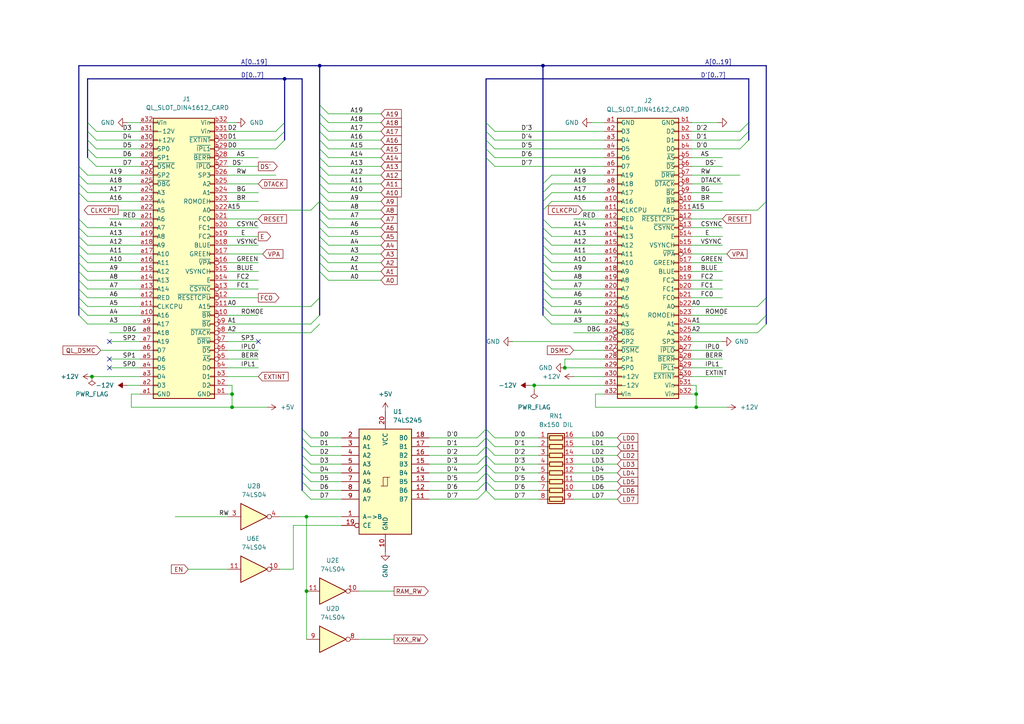
<source format=kicad_sch>
(kicad_sch (version 20250114) (generator "eeschema") (generator_version "9.0")
  (paper "A4")
  (title_block (title "CST Thor  - Clone/Upgrade for Sinclair QL") (date "2025-03-15") (rev "0,1") (company "(C) 2025 Alvaro Alea Fdz") (comment 1 "https://ohwr.org/cern_ohl_s_v2.txt") (comment 2 "CERN Open Hardware Licence Version 2 - Strongly Reciprocal") (comment 3 "Under License") (comment 4 "Expansion and mainboard conectors"))
  (lib_symbols
    (symbol "74xx:74LS04"
      (property "Reference" "U" (at 0 1.27 0))
      (property "Value" "74LS04" (at 0 -1.27 0))
      (symbol "74LS04_1_0"
        (pin input line (at -7.62 0 0) (length 3.81) (name "~") (number "1"))
        (pin output inverted (at 7.62 0 180) (length 3.81) (name "~") (number "2"))
      )
      (symbol "74LS04_2_0"
        (pin input line (at -7.62 0 0) (length 3.81) (name "~") (number "3"))
        (pin output inverted (at 7.62 0 180) (length 3.81) (name "~") (number "4"))
      )
      (symbol "74LS04_3_0"
        (pin input line (at -7.62 0 0) (length 3.81) (name "~") (number "5"))
        (pin output inverted (at 7.62 0 180) (length 3.81) (name "~") (number "6"))
      )
      (symbol "74LS04_4_0"
        (pin input line (at -7.62 0 0) (length 3.81) (name "~") (number "9"))
        (pin output inverted (at 7.62 0 180) (length 3.81) (name "~") (number "8"))
      )
      (symbol "74LS04_5_0"
        (pin input line (at -7.62 0 0) (length 3.81) (name "~") (number "11"))
        (pin output inverted (at 7.62 0 180) (length 3.81) (name "~") (number "10"))
      )
      (symbol "74LS04_6_0"
        (pin input line (at -7.62 0 0) (length 3.81) (name "~") (number "13"))
        (pin output inverted (at 7.62 0 180) (length 3.81) (name "~") (number "12"))
      )
      (symbol "74LS04_7_0"
        (pin power_in line (at 0 12.7 270) (length 5.08) (name "VCC") (number "14"))
        (pin power_in line (at 0 -12.7 90) (length 5.08) (name "GND") (number "7"))
      )
    )
    (symbol "74xx:74LS245" (pin_names (offset 1.016))
      (property "Reference" "U" (at -7.62 16.51 0))
      (property "Value" "74LS245" (at -7.62 -16.51 0))
      (symbol "74LS245_1_0"
        (pin tri_state line (at -12.7 12.7 0) (length 5.08) (name "A0") (number "2"))
        (pin tri_state line (at -12.7 10.16 0) (length 5.08) (name "A1") (number "3"))
        (pin tri_state line (at -12.7 7.62 0) (length 5.08) (name "A2") (number "4"))
        (pin tri_state line (at -12.7 5.08 0) (length 5.08) (name "A3") (number "5"))
        (pin tri_state line (at -12.7 2.54 0) (length 5.08) (name "A4") (number "6"))
        (pin tri_state line (at -12.7 0 0) (length 5.08) (name "A5") (number "7"))
        (pin tri_state line (at -12.7 -2.54 0) (length 5.08) (name "A6") (number "8"))
        (pin tri_state line (at -12.7 -5.08 0) (length 5.08) (name "A7") (number "9"))
        (pin input line (at -12.7 -10.16 0) (length 5.08) (name "A->B") (number "1"))
        (pin input inverted (at -12.7 -12.7 0) (length 5.08) (name "CE") (number "19"))
        (pin power_in line (at 0 20.32 270) (length 5.08) (name "VCC") (number "20"))
        (pin power_in line (at 0 -20.32 90) (length 5.08) (name "GND") (number "10"))
        (pin tri_state line (at 12.7 12.7 180) (length 5.08) (name "B0") (number "18"))
        (pin tri_state line (at 12.7 10.16 180) (length 5.08) (name "B1") (number "17"))
        (pin tri_state line (at 12.7 7.62 180) (length 5.08) (name "B2") (number "16"))
        (pin tri_state line (at 12.7 5.08 180) (length 5.08) (name "B3") (number "15"))
        (pin tri_state line (at 12.7 2.54 180) (length 5.08) (name "B4") (number "14"))
        (pin tri_state line (at 12.7 0 180) (length 5.08) (name "B5") (number "13"))
        (pin tri_state line (at 12.7 -2.54 180) (length 5.08) (name "B6") (number "12"))
        (pin tri_state line (at 12.7 -5.08 180) (length 5.08) (name "B7") (number "11"))
      )
    )
    (symbol "8bits:QL_SLOT_DIN41612" (pin_names (offset 1.016))
      (property "Reference" "J" (at 1.27 40.64 0))
      (property "Value" "QL_SLOT_DIN41612" (at 1.27 -43.18 0))
      (symbol "QL_SLOT_DIN41612_1_1"
        (pin passive line (at -12.7 38.1 0) (length 3.81) (name "GND") (number "a1"))
        (pin bidirectional line (at -12.7 35.56 0) (length 3.81) (name "D3") (number "a2"))
        (pin bidirectional line (at -12.7 33.02 0) (length 3.81) (name "D4") (number "a3"))
        (pin bidirectional line (at -12.7 30.48 0) (length 3.81) (name "D5") (number "a4"))
        (pin bidirectional line (at -12.7 27.94 0) (length 3.81) (name "D6") (number "a5"))
        (pin bidirectional line (at -12.7 25.4 0) (length 3.81) (name "D7") (number "a6"))
        (pin passive line (at -12.7 22.86 0) (length 3.81) (name "A19") (number "a7"))
        (pin passive line (at -12.7 20.32 0) (length 3.81) (name "A18") (number "a8"))
        (pin passive line (at -12.7 17.78 0) (length 3.81) (name "A17") (number "a9"))
        (pin passive line (at -12.7 15.24 0) (length 3.81) (name "A16") (number "a10"))
        (pin passive line (at -12.7 12.7 0) (length 3.81) (name "CLKCPU") (number "a11"))
        (pin passive line (at -12.7 10.16 0) (length 3.81) (name "RED") (number "a12"))
        (pin passive line (at -12.7 7.62 0) (length 3.81) (name "A14") (number "a13"))
        (pin passive line (at -12.7 5.08 0) (length 3.81) (name "A13") (number "a14"))
        (pin passive line (at -12.7 2.54 0) (length 3.81) (name "A12") (number "a15"))
        (pin passive line (at -12.7 0 0) (length 3.81) (name "A11") (number "a16"))
        (pin passive line (at -12.7 -2.54 0) (length 3.81) (name "A10") (number "a17"))
        (pin passive line (at -12.7 -5.08 0) (length 3.81) (name "A9") (number "a18"))
        (pin passive line (at -12.7 -7.62 0) (length 3.81) (name "A8") (number "a19"))
        (pin passive line (at -12.7 -10.16 0) (length 3.81) (name "A7") (number "a20"))
        (pin passive line (at -12.7 -12.7 0) (length 3.81) (name "A6") (number "a21"))
        (pin passive line (at -12.7 -15.24 0) (length 3.81) (name "A5") (number "a22"))
        (pin passive line (at -12.7 -17.78 0) (length 3.81) (name "A4") (number "a23"))
        (pin passive line (at -12.7 -20.32 0) (length 3.81) (name "A3") (number "a24"))
        (pin passive inverted (at -12.7 -22.86 0) (length 3.81) (name "~{DBG}") (number "a25"))
        (pin passive line (at -12.7 -25.4 0) (length 3.81) (name "SP2") (number "a26"))
        (pin passive inverted (at -12.7 -27.94 0) (length 3.81) (name "~{DSMC}") (number "a27"))
        (pin passive line (at -12.7 -30.48 0) (length 3.81) (name "SP1") (number "a28"))
        (pin passive line (at -12.7 -33.02 0) (length 3.81) (name "SP0") (number "a29"))
        (pin passive line (at -12.7 -35.56 0) (length 3.81) (name "+12V") (number "a30"))
        (pin passive line (at -12.7 -38.1 0) (length 3.81) (name "-12V") (number "a31"))
        (pin passive line (at -12.7 -40.64 0) (length 3.81) (name "Vin") (number "a32"))
        (pin passive line (at 12.7 38.1 180) (length 3.81) (name "GND") (number "b1"))
        (pin bidirectional line (at 12.7 35.56 180) (length 3.81) (name "D2") (number "b2"))
        (pin bidirectional line (at 12.7 33.02 180) (length 3.81) (name "D1") (number "b3"))
        (pin bidirectional line (at 12.7 30.48 180) (length 3.81) (name "D0") (number "b4"))
        (pin passive inverted (at 12.7 27.94 180) (length 3.81) (name "~{AS}") (number "b5"))
        (pin passive inverted (at 12.7 25.4 180) (length 3.81) (name "~{DS}") (number "b6"))
        (pin passive inverted (at 12.7 22.86 180) (length 3.81) (name "~{DRW}") (number "b7"))
        (pin passive inverted (at 12.7 20.32 180) (length 3.81) (name "~{DTACK}") (number "b8"))
        (pin passive inverted (at 12.7 17.78 180) (length 3.81) (name "~{BG}") (number "b9"))
        (pin passive inverted (at 12.7 15.24 180) (length 3.81) (name "~{BR}") (number "b10"))
        (pin passive line (at 12.7 12.7 180) (length 3.81) (name "A15") (number "b11"))
        (pin passive inverted (at 12.7 10.16 180) (length 3.81) (name "~{RESETCPU}") (number "b12"))
        (pin passive inverted (at 12.7 7.62 180) (length 3.81) (name "~{CSYNC}") (number "b13"))
        (pin passive line (at 12.7 5.08 180) (length 3.81) (name "E") (number "b14"))
        (pin passive line (at 12.7 2.54 180) (length 3.81) (name "VSYNCH") (number "b15"))
        (pin passive inverted (at 12.7 0 180) (length 3.81) (name "~{VPA}") (number "b16"))
        (pin passive line (at 12.7 -2.54 180) (length 3.81) (name "GREEN") (number "b17"))
        (pin passive line (at 12.7 -5.08 180) (length 3.81) (name "BLUE") (number "b18"))
        (pin passive line (at 12.7 -7.62 180) (length 3.81) (name "FC2") (number "b19"))
        (pin passive line (at 12.7 -10.16 180) (length 3.81) (name "FC1") (number "b20"))
        (pin passive line (at 12.7 -12.7 180) (length 3.81) (name "FC0") (number "b21"))
        (pin passive line (at 12.7 -15.24 180) (length 3.81) (name "A0") (number "b22"))
        (pin passive line (at 12.7 -17.78 180) (length 3.81) (name "ROMOEH") (number "b23"))
        (pin passive line (at 12.7 -20.32 180) (length 3.81) (name "A1") (number "b24"))
        (pin passive line (at 12.7 -22.86 180) (length 3.81) (name "A2") (number "b25"))
        (pin passive line (at 12.7 -25.4 180) (length 3.81) (name "SP3") (number "b26"))
        (pin passive inverted (at 12.7 -27.94 180) (length 3.81) (name "~{IPLO}") (number "b27"))
        (pin passive inverted (at 12.7 -30.48 180) (length 3.81) (name "~{BERR}") (number "b28"))
        (pin passive inverted (at 12.7 -33.02 180) (length 3.81) (name "~{IPL1}") (number "b29"))
        (pin passive inverted (at 12.7 -35.56 180) (length 3.81) (name "~{EXTINT}") (number "b30"))
        (pin passive line (at 12.7 -38.1 180) (length 3.81) (name "Vin") (number "b31"))
        (pin passive line (at 12.7 -40.64 180) (length 3.81) (name "Vin") (number "b32"))
      )
    )
    (symbol "Device:R_Pack08" (pin_names (offset 0) (hide yes))
      (property "Reference" "RN" (at -12.7 0 90))
      (property "Value" "R_Pack08" (at 10.16 0 90))
      (symbol "R_Pack08_1_1"
        (pin passive line (at -10.16 5.08 270) (length 2.54) (name "R1.2") (number "16"))
        (pin passive line (at -10.16 -5.08 90) (length 2.54) (name "R1.1") (number "1"))
        (pin passive line (at -7.62 5.08 270) (length 2.54) (name "R2.2") (number "15"))
        (pin passive line (at -7.62 -5.08 90) (length 2.54) (name "R2.1") (number "2"))
        (pin passive line (at -5.08 5.08 270) (length 2.54) (name "R3.2") (number "14"))
        (pin passive line (at -5.08 -5.08 90) (length 2.54) (name "R3.1") (number "3"))
        (pin passive line (at -2.54 5.08 270) (length 2.54) (name "R4.2") (number "13"))
        (pin passive line (at -2.54 -5.08 90) (length 2.54) (name "R4.1") (number "4"))
        (pin passive line (at 0 5.08 270) (length 2.54) (name "R5.2") (number "12"))
        (pin passive line (at 0 -5.08 90) (length 2.54) (name "R5.1") (number "5"))
        (pin passive line (at 2.54 5.08 270) (length 2.54) (name "R6.2") (number "11"))
        (pin passive line (at 2.54 -5.08 90) (length 2.54) (name "R6.1") (number "6"))
        (pin passive line (at 5.08 5.08 270) (length 2.54) (name "R7.2") (number "10"))
        (pin passive line (at 5.08 -5.08 90) (length 2.54) (name "R7.1") (number "7"))
        (pin passive line (at 7.62 5.08 270) (length 2.54) (name "R8.2") (number "9"))
        (pin passive line (at 7.62 -5.08 90) (length 2.54) (name "R8.1") (number "8"))
      )
    )
    (symbol "power:+12V" (power) (pin_numbers (hide yes)) (pin_names (offset 0) (hide yes))
      (property "Value" "+12V" (at 0 3.556 0))
      (symbol "+12V_1_1"
        (pin power_in line (at 0 0 90) (length 0) (name "~") (number "1"))
      )
    )
    (symbol "power:+5V" (power) (pin_numbers (hide yes)) (pin_names (offset 0) (hide yes))
      (property "Value" "+5V" (at 0 3.556 0))
      (symbol "+5V_1_1"
        (pin power_in line (at 0 0 90) (length 0) (name "~") (number "1"))
      )
    )
    (symbol "power:-12V" (power) (pin_numbers (hide yes)) (pin_names (offset 0) (hide yes))
      (property "Value" "-12V" (at 0 3.556 0))
      (symbol "-12V_0_0"
        (pin power_in line (at 0 0 90) (length 0) (name "~") (number "1"))
      )
    )
    (symbol "power:GND" (power) (pin_numbers (hide yes)) (pin_names (offset 0) (hide yes))
      (property "Value" "GND" (at 0 -3.81 0))
      (symbol "GND_1_1"
        (pin power_in line (at 0 0 270) (length 0) (name "~") (number "1"))
      )
    )
    (symbol "power:PWR_FLAG" (power) (pin_numbers (hide yes)) (pin_names (offset 0) (hide yes))
      (property "Value" "PWR_FLAG" (at 0 3.81 0))
      (symbol "PWR_FLAG_0_0"
        (pin power_out line (at 0 0 90) (length 0) (name "~") (number "1"))
      )
    )
  )
  (junction (at 67.31 114.3))
  (junction (at 92.71 19.05))
  (junction (at 163.83 106.68))
  (junction (at 67.31 118.11))
  (junction (at 88.9 171.45))
  (junction (at 26.67 109.22))
  (junction (at 88.9 149.86))
  (junction (at 82.55 22.86))
  (junction (at 154.94 111.76))
  (junction (at 201.93 114.3))
  (junction (at 201.93 118.11))
  (junction (at 157.48 19.05))
  (no_connect (at 74.93 99.06))
  (no_connect (at 31.75 104.14))
  (no_connect (at 31.75 99.06))
  (no_connect (at 31.75 106.68))
  (bus_entry (at 140.97 137.16) (size 2.54 2.54))
  (bus_entry (at 157.48 81.28) (size 2.54 2.54))
  (bus_entry (at 157.48 88.9) (size 2.54 2.54))
  (bus_entry (at 25.4 43.18) (size 2.54 2.54))
  (bus_entry (at 25.4 45.72) (size 2.54 2.54))
  (bus_entry (at 22.86 86.36) (size 2.54 2.54))
  (bus_entry (at 217.17 40.64) (size -2.54 2.54))
  (bus_entry (at 92.71 38.1) (size 2.54 2.54))
  (bus_entry (at 87.63 129.54) (size 2.54 2.54))
  (bus_entry (at 22.86 81.28) (size 2.54 2.54))
  (bus_entry (at 140.97 134.62) (size -2.54 2.54))
  (bus_entry (at 157.48 53.34) (size 2.54 -2.54))
  (bus_entry (at 22.86 53.34) (size 2.54 2.54))
  (bus_entry (at 157.48 55.88) (size 2.54 -2.54))
  (bus_entry (at 92.71 33.02) (size 2.54 2.54))
  (bus_entry (at 140.97 142.24) (size 2.54 2.54))
  (bus_entry (at 140.97 137.16) (size -2.54 2.54))
  (bus_entry (at 25.4 38.1) (size 2.54 2.54))
  (bus_entry (at 22.86 88.9) (size 2.54 2.54))
  (bus_entry (at 92.71 66.04) (size 2.54 2.54))
  (bus_entry (at 157.48 71.12) (size 2.54 2.54))
  (bus_entry (at 87.63 124.46) (size 2.54 2.54))
  (bus_entry (at 22.86 66.04) (size 2.54 2.54))
  (bus_entry (at 140.97 124.46) (size 2.54 2.54))
  (bus_entry (at 140.97 35.56) (size 2.54 2.54))
  (bus_entry (at 92.71 86.36) (size -2.54 2.54))
  (bus_entry (at 92.71 73.66) (size 2.54 2.54))
  (bus_entry (at 157.48 78.74) (size 2.54 2.54))
  (bus_entry (at 140.97 38.1) (size 2.54 2.54))
  (bus_entry (at 222.25 58.42) (size -2.54 2.54))
  (bus_entry (at 22.86 55.88) (size 2.54 2.54))
  (bus_entry (at 92.71 48.26) (size 2.54 2.54))
  (bus_entry (at 92.71 58.42) (size 2.54 2.54))
  (bus_entry (at 222.25 93.98) (size -2.54 2.54))
  (bus_entry (at 87.63 127) (size 2.54 2.54))
  (bus_entry (at 22.86 91.44) (size 2.54 2.54))
  (bus_entry (at 140.97 132.08) (size -2.54 2.54))
  (bus_entry (at 140.97 40.64) (size 2.54 2.54))
  (bus_entry (at 157.48 76.2) (size 2.54 2.54))
  (bus_entry (at 140.97 45.72) (size 2.54 2.54))
  (bus_entry (at 92.71 50.8) (size 2.54 2.54))
  (bus_entry (at 157.48 68.58) (size 2.54 2.54))
  (bus_entry (at 92.71 53.34) (size 2.54 2.54))
  (bus_entry (at 157.48 58.42) (size 2.54 -2.54))
  (bus_entry (at 87.63 132.08) (size 2.54 2.54))
  (bus_entry (at 222.25 91.44) (size -2.54 2.54))
  (bus_entry (at 22.86 76.2) (size 2.54 2.54))
  (bus_entry (at 22.86 78.74) (size 2.54 2.54))
  (bus_entry (at 22.86 63.5) (size 2.54 2.54))
  (bus_entry (at 82.55 40.64) (size -2.54 2.54))
  (bus_entry (at 217.17 38.1) (size -2.54 2.54))
  (bus_entry (at 22.86 50.8) (size 2.54 2.54))
  (bus_entry (at 140.97 142.24) (size -2.54 2.54))
  (bus_entry (at 140.97 139.7) (size -2.54 2.54))
  (bus_entry (at 22.86 83.82) (size 2.54 2.54))
  (bus_entry (at 92.71 30.48) (size 2.54 2.54))
  (bus_entry (at 92.71 63.5) (size 2.54 2.54))
  (bus_entry (at 92.71 93.98) (size -2.54 2.54))
  (bus_entry (at 140.97 127) (size 2.54 2.54))
  (bus_entry (at 157.48 63.5) (size 2.54 2.54))
  (bus_entry (at 92.71 68.58) (size 2.54 2.54))
  (bus_entry (at 92.71 45.72) (size 2.54 2.54))
  (bus_entry (at 92.71 60.96) (size 2.54 2.54))
  (bus_entry (at 140.97 134.62) (size 2.54 2.54))
  (bus_entry (at 92.71 76.2) (size 2.54 2.54))
  (bus_entry (at 25.4 40.64) (size 2.54 2.54))
  (bus_entry (at 140.97 129.54) (size -2.54 2.54))
  (bus_entry (at 87.63 142.24) (size 2.54 2.54))
  (bus_entry (at 140.97 129.54) (size 2.54 2.54))
  (bus_entry (at 92.71 43.18) (size 2.54 2.54))
  (bus_entry (at 92.71 55.88) (size 2.54 2.54))
  (bus_entry (at 87.63 134.62) (size 2.54 2.54))
  (bus_entry (at 22.86 68.58) (size 2.54 2.54))
  (bus_entry (at 140.97 43.18) (size 2.54 2.54))
  (bus_entry (at 157.48 66.04) (size 2.54 2.54))
  (bus_entry (at 25.4 35.56) (size 2.54 2.54))
  (bus_entry (at 92.71 71.12) (size 2.54 2.54))
  (bus_entry (at 22.86 73.66) (size 2.54 2.54))
  (bus_entry (at 157.48 73.66) (size 2.54 2.54))
  (bus_entry (at 140.97 124.46) (size -2.54 2.54))
  (bus_entry (at 140.97 132.08) (size 2.54 2.54))
  (bus_entry (at 140.97 139.7) (size 2.54 2.54))
  (bus_entry (at 22.86 48.26) (size 2.54 2.54))
  (bus_entry (at 82.55 35.56) (size -2.54 2.54))
  (bus_entry (at 92.71 58.42) (size -2.54 2.54))
  (bus_entry (at 92.71 35.56) (size 2.54 2.54))
  (bus_entry (at 92.71 78.74) (size 2.54 2.54))
  (bus_entry (at 217.17 35.56) (size -2.54 2.54))
  (bus_entry (at 157.48 86.36) (size 2.54 2.54))
  (bus_entry (at 157.48 83.82) (size 2.54 2.54))
  (bus_entry (at 92.71 91.44) (size -2.54 2.54))
  (bus_entry (at 222.25 86.36) (size -2.54 2.54))
  (bus_entry (at 87.63 137.16) (size 2.54 2.54))
  (bus_entry (at 92.71 40.64) (size 2.54 2.54))
  (bus_entry (at 140.97 127) (size -2.54 2.54))
  (bus_entry (at 22.86 71.12) (size 2.54 2.54))
  (bus_entry (at 157.48 91.44) (size 2.54 2.54))
  (bus_entry (at 87.63 139.7) (size 2.54 2.54))
  (bus_entry (at 82.55 38.1) (size -2.54 2.54))
  (bus_entry (at 157.48 60.96) (size 2.54 -2.54))
  (bus (pts (xy 222.25 58.42) (xy 222.25 86.36)))
  (wire (pts (xy 85.09 165.1) (xy 81.28 165.1)))
  (wire (pts (xy 31.75 99.06) (xy 40.64 99.06)))
  (wire (pts (xy 160.02 93.98) (xy 175.26 93.98)))
  (wire (pts (xy 160.02 55.88) (xy 175.26 55.88)))
  (bus (pts (xy 140.97 35.56) (xy 140.97 38.1)))
  (wire (pts (xy 156.21 144.78) (xy 143.51 144.78)))
  (bus (pts (xy 92.71 73.66) (xy 92.71 76.2)))
  (bus (pts (xy 22.86 81.28) (xy 22.86 83.82)))
  (wire (pts (xy 179.07 144.78) (xy 166.37 144.78)))
  (wire (pts (xy 200.66 93.98) (xy 219.71 93.98)))
  (bus (pts (xy 22.86 71.12) (xy 22.86 73.66)))
  (wire (pts (xy 160.02 88.9) (xy 175.26 88.9)))
  (bus (pts (xy 157.48 83.82) (xy 157.48 86.36)))
  (wire (pts (xy 25.4 91.44) (xy 40.64 91.44)))
  (wire (pts (xy 143.51 48.26) (xy 175.26 48.26)))
  (wire (pts (xy 66.04 83.82) (xy 74.93 83.82)))
  (wire (pts (xy 66.04 40.64) (xy 80.01 40.64)))
  (wire (pts (xy 34.29 60.96) (xy 40.64 60.96)))
  (wire (pts (xy 95.25 78.74) (xy 110.49 78.74)))
  (wire (pts (xy 160.02 78.74) (xy 175.26 78.74)))
  (wire (pts (xy 200.66 58.42) (xy 209.55 58.42)))
  (bus (pts (xy 82.55 38.1) (xy 82.55 40.64)))
  (wire (pts (xy 148.59 99.06) (xy 175.26 99.06)))
  (wire (pts (xy 95.25 38.1) (xy 110.49 38.1)))
  (bus (pts (xy 22.86 63.5) (xy 22.86 66.04)))
  (bus (pts (xy 25.4 38.1) (xy 25.4 40.64)))
  (bus (pts (xy 217.17 35.56) (xy 217.17 38.1)))
  (bus (pts (xy 140.97 142.24) (xy 140.97 139.7)))
  (wire (pts (xy 95.25 53.34) (xy 110.49 53.34)))
  (wire (pts (xy 66.04 35.56) (xy 68.58 35.56)))
  (wire (pts (xy 179.07 129.54) (xy 166.37 129.54)))
  (wire (pts (xy 200.66 63.5) (xy 209.55 63.5)))
  (wire (pts (xy 95.25 45.72) (xy 110.49 45.72)))
  (bus (pts (xy 22.86 86.36) (xy 22.86 88.9)))
  (wire (pts (xy 27.94 48.26) (xy 40.64 48.26)))
  (wire (pts (xy 67.31 118.11) (xy 67.31 114.3)))
  (wire (pts (xy 95.25 60.96) (xy 110.49 60.96)))
  (wire (pts (xy 25.4 55.88) (xy 40.64 55.88)))
  (bus (pts (xy 82.55 22.86) (xy 87.63 22.86)))
  (bus (pts (xy 217.17 22.86) (xy 217.17 35.56)))
  (wire (pts (xy 200.66 88.9) (xy 219.71 88.9)))
  (wire (pts (xy 66.04 55.88) (xy 74.93 55.88)))
  (wire (pts (xy 66.04 78.74) (xy 74.93 78.74)))
  (wire (pts (xy 172.72 118.11) (xy 201.93 118.11)))
  (bus (pts (xy 140.97 43.18) (xy 140.97 45.72)))
  (bus (pts (xy 157.48 19.05) (xy 222.25 19.05)))
  (bus (pts (xy 92.71 19.05) (xy 157.48 19.05)))
  (wire (pts (xy 200.66 86.36) (xy 209.55 86.36)))
  (wire (pts (xy 66.04 43.18) (xy 80.01 43.18)))
  (wire (pts (xy 90.17 142.24) (xy 99.06 142.24)))
  (wire (pts (xy 95.25 55.88) (xy 110.49 55.88)))
  (bus (pts (xy 157.48 73.66) (xy 157.48 76.2)))
  (bus (pts (xy 140.97 129.54) (xy 140.97 127)))
  (wire (pts (xy 90.17 144.78) (xy 99.06 144.78)))
  (bus (pts (xy 92.71 86.36) (xy 92.71 91.44)))
  (bus (pts (xy 92.71 78.74) (xy 92.71 86.36)))
  (wire (pts (xy 201.93 118.11) (xy 210.82 118.11)))
  (wire (pts (xy 160.02 66.04) (xy 175.26 66.04)))
  (wire (pts (xy 31.75 104.14) (xy 40.64 104.14)))
  (wire (pts (xy 95.25 81.28) (xy 110.49 81.28)))
  (bus (pts (xy 140.97 137.16) (xy 140.97 134.62)))
  (wire (pts (xy 66.04 104.14) (xy 74.93 104.14)))
  (bus (pts (xy 157.48 81.28) (xy 157.48 83.82)))
  (wire (pts (xy 200.66 101.6) (xy 209.55 101.6)))
  (bus (pts (xy 157.48 60.96) (xy 157.48 63.5)))
  (wire (pts (xy 85.09 152.4) (xy 85.09 165.1)))
  (bus (pts (xy 87.63 22.86) (xy 87.63 124.46)))
  (wire (pts (xy 200.66 66.04) (xy 209.55 66.04)))
  (bus (pts (xy 157.48 55.88) (xy 157.48 58.42)))
  (wire (pts (xy 160.02 83.82) (xy 175.26 83.82)))
  (wire (pts (xy 154.94 113.03) (xy 154.94 111.76)))
  (wire (pts (xy 66.04 68.58) (xy 74.93 68.58)))
  (bus (pts (xy 87.63 139.7) (xy 87.63 142.24)))
  (wire (pts (xy 160.02 71.12) (xy 175.26 71.12)))
  (wire (pts (xy 95.25 40.64) (xy 110.49 40.64)))
  (bus (pts (xy 92.71 68.58) (xy 92.71 71.12)))
  (bus (pts (xy 140.97 40.64) (xy 140.97 43.18)))
  (bus (pts (xy 92.71 19.05) (xy 92.71 30.48)))
  (wire (pts (xy 200.66 114.3) (xy 201.93 114.3)))
  (wire (pts (xy 200.66 109.22) (xy 209.55 109.22)))
  (wire (pts (xy 25.4 76.2) (xy 40.64 76.2)))
  (wire (pts (xy 124.46 132.08) (xy 138.43 132.08)))
  (wire (pts (xy 88.9 185.42) (xy 88.9 171.45)))
  (wire (pts (xy 25.4 86.36) (xy 40.64 86.36)))
  (wire (pts (xy 200.66 106.68) (xy 209.55 106.68)))
  (bus (pts (xy 87.63 134.62) (xy 87.63 137.16)))
  (wire (pts (xy 95.25 76.2) (xy 110.49 76.2)))
  (wire (pts (xy 67.31 118.11) (xy 77.47 118.11)))
  (wire (pts (xy 179.07 137.16) (xy 166.37 137.16)))
  (wire (pts (xy 163.83 104.14) (xy 175.26 104.14)))
  (wire (pts (xy 200.66 35.56) (xy 208.28 35.56)))
  (wire (pts (xy 163.83 106.68) (xy 163.83 104.14)))
  (bus (pts (xy 157.48 19.05) (xy 157.48 53.34)))
  (bus (pts (xy 25.4 35.56) (xy 25.4 38.1)))
  (wire (pts (xy 200.66 99.06) (xy 209.55 99.06)))
  (wire (pts (xy 200.66 48.26) (xy 209.55 48.26)))
  (wire (pts (xy 66.04 106.68) (xy 74.93 106.68)))
  (wire (pts (xy 95.25 68.58) (xy 110.49 68.58)))
  (wire (pts (xy 67.31 111.76) (xy 66.04 111.76)))
  (wire (pts (xy 25.4 53.34) (xy 40.64 53.34)))
  (wire (pts (xy 90.17 134.62) (xy 99.06 134.62)))
  (wire (pts (xy 38.1 118.11) (xy 67.31 118.11)))
  (wire (pts (xy 90.17 127) (xy 99.06 127)))
  (bus (pts (xy 157.48 71.12) (xy 157.48 73.66)))
  (wire (pts (xy 179.07 139.7) (xy 166.37 139.7)))
  (wire (pts (xy 66.04 63.5) (xy 74.93 63.5)))
  (wire (pts (xy 90.17 139.7) (xy 99.06 139.7)))
  (wire (pts (xy 27.94 45.72) (xy 40.64 45.72)))
  (bus (pts (xy 92.71 35.56) (xy 92.71 38.1)))
  (wire (pts (xy 66.04 50.8) (xy 80.01 50.8)))
  (wire (pts (xy 143.51 40.64) (xy 175.26 40.64)))
  (wire (pts (xy 66.04 86.36) (xy 74.93 86.36)))
  (wire (pts (xy 200.66 50.8) (xy 214.63 50.8)))
  (wire (pts (xy 200.66 76.2) (xy 209.55 76.2)))
  (bus (pts (xy 140.97 137.16) (xy 140.97 139.7)))
  (wire (pts (xy 95.25 58.42) (xy 110.49 58.42)))
  (wire (pts (xy 40.64 114.3) (xy 38.1 114.3)))
  (wire (pts (xy 166.37 101.6) (xy 175.26 101.6)))
  (wire (pts (xy 25.4 68.58) (xy 40.64 68.58)))
  (bus (pts (xy 22.86 53.34) (xy 22.86 55.88)))
  (bus (pts (xy 217.17 38.1) (xy 217.17 40.64)))
  (wire (pts (xy 25.4 93.98) (xy 40.64 93.98)))
  (wire (pts (xy 124.46 139.7) (xy 138.43 139.7)))
  (wire (pts (xy 90.17 132.08) (xy 99.06 132.08)))
  (wire (pts (xy 160.02 50.8) (xy 175.26 50.8)))
  (wire (pts (xy 66.04 66.04) (xy 74.93 66.04)))
  (wire (pts (xy 156.21 132.08) (xy 143.51 132.08)))
  (wire (pts (xy 95.25 33.02) (xy 110.49 33.02)))
  (wire (pts (xy 25.4 88.9) (xy 40.64 88.9)))
  (wire (pts (xy 143.51 43.18) (xy 175.26 43.18)))
  (bus (pts (xy 22.86 68.58) (xy 22.86 71.12)))
  (wire (pts (xy 27.94 43.18) (xy 40.64 43.18)))
  (bus (pts (xy 92.71 66.04) (xy 92.71 68.58)))
  (wire (pts (xy 166.37 63.5) (xy 175.26 63.5)))
  (bus (pts (xy 92.71 60.96) (xy 92.71 63.5)))
  (bus (pts (xy 157.48 63.5) (xy 157.48 66.04)))
  (wire (pts (xy 66.04 81.28) (xy 74.93 81.28)))
  (bus (pts (xy 92.71 50.8) (xy 92.71 53.34)))
  (wire (pts (xy 31.75 96.52) (xy 40.64 96.52)))
  (wire (pts (xy 66.04 38.1) (xy 80.01 38.1)))
  (wire (pts (xy 166.37 109.22) (xy 175.26 109.22)))
  (bus (pts (xy 22.86 78.74) (xy 22.86 81.28)))
  (wire (pts (xy 90.17 129.54) (xy 99.06 129.54)))
  (wire (pts (xy 25.4 58.42) (xy 40.64 58.42)))
  (wire (pts (xy 160.02 76.2) (xy 175.26 76.2)))
  (wire (pts (xy 179.07 132.08) (xy 166.37 132.08)))
  (wire (pts (xy 179.07 127) (xy 166.37 127)))
  (bus (pts (xy 22.86 83.82) (xy 22.86 86.36)))
  (bus (pts (xy 222.25 86.36) (xy 222.25 91.44)))
  (bus (pts (xy 157.48 86.36) (xy 157.48 88.9)))
  (wire (pts (xy 124.46 134.62) (xy 138.43 134.62)))
  (bus (pts (xy 92.71 48.26) (xy 92.71 50.8)))
  (wire (pts (xy 36.83 35.56) (xy 40.64 35.56)))
  (wire (pts (xy 156.21 129.54) (xy 143.51 129.54)))
  (bus (pts (xy 25.4 22.86) (xy 25.4 35.56)))
  (wire (pts (xy 95.25 73.66) (xy 110.49 73.66)))
  (wire (pts (xy 66.04 53.34) (xy 74.93 53.34)))
  (bus (pts (xy 222.25 91.44) (xy 222.25 93.98)))
  (wire (pts (xy 66.04 93.98) (xy 90.17 93.98)))
  (bus (pts (xy 157.48 53.34) (xy 157.48 55.88)))
  (wire (pts (xy 90.17 137.16) (xy 99.06 137.16)))
  (wire (pts (xy 160.02 86.36) (xy 175.26 86.36)))
  (wire (pts (xy 29.21 101.6) (xy 40.64 101.6)))
  (wire (pts (xy 200.66 68.58) (xy 209.55 68.58)))
  (bus (pts (xy 82.55 35.56) (xy 82.55 38.1)))
  (wire (pts (xy 95.25 71.12) (xy 110.49 71.12)))
  (wire (pts (xy 179.07 142.24) (xy 166.37 142.24)))
  (wire (pts (xy 124.46 137.16) (xy 138.43 137.16)))
  (bus (pts (xy 22.86 76.2) (xy 22.86 78.74)))
  (wire (pts (xy 143.51 38.1) (xy 175.26 38.1)))
  (wire (pts (xy 38.1 114.3) (xy 38.1 118.11)))
  (wire (pts (xy 81.28 149.86) (xy 88.9 149.86)))
  (wire (pts (xy 25.4 78.74) (xy 40.64 78.74)))
  (bus (pts (xy 92.71 71.12) (xy 92.71 73.66)))
  (wire (pts (xy 160.02 73.66) (xy 175.26 73.66)))
  (wire (pts (xy 95.25 66.04) (xy 110.49 66.04)))
  (wire (pts (xy 31.75 63.5) (xy 40.64 63.5)))
  (bus (pts (xy 140.97 38.1) (xy 140.97 40.64)))
  (wire (pts (xy 201.93 114.3) (xy 201.93 111.76)))
  (wire (pts (xy 25.4 71.12) (xy 40.64 71.12)))
  (wire (pts (xy 66.04 88.9) (xy 90.17 88.9)))
  (wire (pts (xy 66.04 71.12) (xy 74.93 71.12)))
  (wire (pts (xy 200.66 38.1) (xy 214.63 38.1)))
  (bus (pts (xy 92.71 33.02) (xy 92.71 35.56)))
  (wire (pts (xy 95.25 48.26) (xy 110.49 48.26)))
  (wire (pts (xy 153.67 111.76) (xy 154.94 111.76)))
  (wire (pts (xy 200.66 83.82) (xy 209.55 83.82)))
  (wire (pts (xy 27.94 38.1) (xy 40.64 38.1)))
  (bus (pts (xy 87.63 132.08) (xy 87.63 134.62)))
  (bus (pts (xy 22.86 88.9) (xy 22.86 91.44)))
  (wire (pts (xy 200.66 43.18) (xy 214.63 43.18)))
  (bus (pts (xy 22.86 73.66) (xy 22.86 76.2)))
  (bus (pts (xy 140.97 132.08) (xy 140.97 129.54)))
  (wire (pts (xy 200.66 45.72) (xy 209.55 45.72)))
  (wire (pts (xy 156.21 137.16) (xy 143.51 137.16)))
  (bus (pts (xy 22.86 66.04) (xy 22.86 68.58)))
  (wire (pts (xy 156.21 142.24) (xy 143.51 142.24)))
  (wire (pts (xy 200.66 81.28) (xy 209.55 81.28)))
  (bus (pts (xy 22.86 19.05) (xy 92.71 19.05)))
  (wire (pts (xy 25.4 66.04) (xy 40.64 66.04)))
  (wire (pts (xy 66.04 76.2) (xy 74.93 76.2)))
  (bus (pts (xy 157.48 76.2) (xy 157.48 78.74)))
  (wire (pts (xy 66.04 48.26) (xy 74.93 48.26)))
  (bus (pts (xy 157.48 88.9) (xy 157.48 91.44)))
  (wire (pts (xy 172.72 114.3) (xy 172.72 118.11)))
  (wire (pts (xy 179.07 134.62) (xy 166.37 134.62)))
  (wire (pts (xy 66.04 58.42) (xy 74.93 58.42)))
  (wire (pts (xy 200.66 78.74) (xy 209.55 78.74)))
  (bus (pts (xy 92.71 63.5) (xy 92.71 66.04)))
  (wire (pts (xy 124.46 129.54) (xy 138.43 129.54)))
  (wire (pts (xy 200.66 71.12) (xy 209.55 71.12)))
  (wire (pts (xy 200.66 40.64) (xy 214.63 40.64)))
  (bus (pts (xy 22.86 48.26) (xy 22.86 50.8)))
  (wire (pts (xy 156.21 134.62) (xy 143.51 134.62)))
  (wire (pts (xy 171.45 35.56) (xy 175.26 35.56)))
  (bus (pts (xy 140.97 22.86) (xy 140.97 35.56)))
  (bus (pts (xy 22.86 19.05) (xy 22.86 48.26)))
  (bus (pts (xy 87.63 129.54) (xy 87.63 132.08)))
  (wire (pts (xy 156.21 139.7) (xy 143.51 139.7)))
  (bus (pts (xy 22.86 50.8) (xy 22.86 53.34)))
  (wire (pts (xy 66.04 60.96) (xy 90.17 60.96)))
  (wire (pts (xy 160.02 81.28) (xy 175.26 81.28)))
  (wire (pts (xy 124.46 144.78) (xy 138.43 144.78)))
  (wire (pts (xy 95.25 50.8) (xy 110.49 50.8)))
  (bus (pts (xy 140.97 127) (xy 140.97 124.46)))
  (bus (pts (xy 140.97 134.62) (xy 140.97 132.08)))
  (wire (pts (xy 95.25 43.18) (xy 110.49 43.18)))
  (bus (pts (xy 140.97 45.72) (xy 140.97 124.46)))
  (wire (pts (xy 25.4 83.82) (xy 40.64 83.82)))
  (wire (pts (xy 156.21 127) (xy 143.51 127)))
  (bus (pts (xy 157.48 66.04) (xy 157.48 68.58)))
  (wire (pts (xy 66.04 73.66) (xy 76.2 73.66)))
  (wire (pts (xy 27.94 40.64) (xy 40.64 40.64)))
  (wire (pts (xy 66.04 91.44) (xy 74.93 91.44)))
  (wire (pts (xy 160.02 58.42) (xy 175.26 58.42)))
  (wire (pts (xy 99.06 152.4) (xy 85.09 152.4)))
  (wire (pts (xy 160.02 91.44) (xy 175.26 91.44)))
  (wire (pts (xy 66.04 96.52) (xy 90.17 96.52)))
  (wire (pts (xy 201.93 118.11) (xy 201.93 114.3)))
  (wire (pts (xy 200.66 60.96) (xy 219.71 60.96)))
  (wire (pts (xy 66.04 45.72) (xy 74.93 45.72)))
  (wire (pts (xy 104.14 185.42) (xy 114.3 185.42)))
  (wire (pts (xy 66.04 99.06) (xy 74.93 99.06)))
  (wire (pts (xy 200.66 73.66) (xy 210.82 73.66)))
  (bus (pts (xy 92.71 53.34) (xy 92.71 55.88)))
  (wire (pts (xy 201.93 111.76) (xy 200.66 111.76)))
  (bus (pts (xy 222.25 19.05) (xy 222.25 58.42)))
  (bus (pts (xy 22.86 55.88) (xy 22.86 63.5)))
  (wire (pts (xy 88.9 149.86) (xy 99.06 149.86)))
  (bus (pts (xy 82.55 22.86) (xy 82.55 35.56)))
  (wire (pts (xy 104.14 171.45) (xy 114.3 171.45)))
  (bus (pts (xy 92.71 43.18) (xy 92.71 45.72)))
  (bus (pts (xy 25.4 22.86) (xy 82.55 22.86)))
  (wire (pts (xy 124.46 127) (xy 138.43 127)))
  (bus (pts (xy 92.71 38.1) (xy 92.71 40.64)))
  (bus (pts (xy 92.71 55.88) (xy 92.71 58.42)))
  (wire (pts (xy 66.04 114.3) (xy 67.31 114.3)))
  (bus (pts (xy 157.48 58.42) (xy 157.48 60.96)))
  (wire (pts (xy 200.66 104.14) (xy 209.55 104.14)))
  (wire (pts (xy 200.66 96.52) (xy 219.71 96.52)))
  (wire (pts (xy 50.8 149.86) (xy 66.04 149.86)))
  (bus (pts (xy 92.71 30.48) (xy 92.71 33.02)))
  (bus (pts (xy 92.71 58.42) (xy 92.71 60.96)))
  (bus (pts (xy 157.48 68.58) (xy 157.48 71.12)))
  (bus (pts (xy 25.4 40.64) (xy 25.4 43.18)))
  (wire (pts (xy 26.67 109.22) (xy 40.64 109.22)))
  (bus (pts (xy 140.97 22.86) (xy 217.17 22.86)))
  (wire (pts (xy 25.4 73.66) (xy 40.64 73.66)))
  (wire (pts (xy 175.26 114.3) (xy 172.72 114.3)))
  (wire (pts (xy 95.25 35.56) (xy 110.49 35.56)))
  (wire (pts (xy 66.04 101.6) (xy 74.93 101.6)))
  (bus (pts (xy 25.4 43.18) (xy 25.4 45.72)))
  (wire (pts (xy 143.51 45.72) (xy 175.26 45.72)))
  (wire (pts (xy 25.4 81.28) (xy 40.64 81.28)))
  (wire (pts (xy 124.46 142.24) (xy 138.43 142.24)))
  (wire (pts (xy 163.83 106.68) (xy 175.26 106.68)))
  (wire (pts (xy 31.75 106.68) (xy 40.64 106.68)))
  (wire (pts (xy 168.91 60.96) (xy 175.26 60.96)))
  (wire (pts (xy 200.66 91.44) (xy 209.55 91.44)))
  (bus (pts (xy 87.63 127) (xy 87.63 129.54)))
  (bus (pts (xy 157.48 78.74) (xy 157.48 81.28)))
  (wire (pts (xy 160.02 53.34) (xy 175.26 53.34)))
  (wire (pts (xy 36.83 111.76) (xy 40.64 111.76)))
  (wire (pts (xy 25.4 50.8) (xy 40.64 50.8)))
  (wire (pts (xy 166.37 96.52) (xy 175.26 96.52)))
  (bus (pts (xy 92.71 40.64) (xy 92.71 43.18)))
  (bus (pts (xy 92.71 45.72) (xy 92.71 48.26)))
  (wire (pts (xy 154.94 111.76) (xy 175.26 111.76)))
  (wire (pts (xy 54.61 165.1) (xy 66.04 165.1)))
  (wire (pts (xy 66.04 109.22) (xy 74.93 109.22)))
  (wire (pts (xy 160.02 68.58) (xy 175.26 68.58)))
  (bus (pts (xy 92.71 76.2) (xy 92.71 78.74)))
  (bus (pts (xy 87.63 124.46) (xy 87.63 127)))
  (wire (pts (xy 200.66 55.88) (xy 209.55 55.88)))
  (wire (pts (xy 67.31 114.3) (xy 67.31 111.76)))
  (wire (pts (xy 88.9 171.45) (xy 88.9 149.86)))
  (bus (pts (xy 87.63 137.16) (xy 87.63 139.7)))
  (wire (pts (xy 95.25 63.5) (xy 110.49 63.5)))
  (wire (pts (xy 200.66 53.34) (xy 209.55 53.34)))
  (label "BLUE" (at 203.2 78.74 0))
  (label "FC0" (at 203.2 86.36 0))
  (label "D5" (at 92.71 139.7 0))
  (label "D'0" (at 152.4 127 180))
  (label "D7" (at 92.71 144.78 0))
  (label "A0" (at 101.6 81.28 0))
  (label "A15" (at 200.66 60.96 0))
  (label "D1" (at 92.71 129.54 0))
  (label "E" (at 69.85 68.58 0))
  (label "A7" (at 31.75 83.82 0))
  (label "D0" (at 66.04 43.18 0))
  (label "A8" (at 101.6 60.96 0))
  (label "IPL1" (at 204.47 106.68 0))
  (label "SP1" (at 35.56 104.14 0))
  (label "D'4" (at 152.4 137.16 180))
  (label "D'1" (at 152.4 129.54 180))
  (label "BG" (at 203.2 55.88 0))
  (label "DS'" (at 204.47 48.26 0))
  (label "A15" (at 101.6 43.18 0))
  (label "D'5" (at 129.54 139.7 0))
  (label "A9" (at 101.6 58.42 0))
  (label "LD5" (at 175.26 139.7 180))
  (label "D'[0..7]" (at 203.2 22.86 0))
  (label "RW" (at 68.58 50.8 0))
  (label "RED" (at 168.91 63.5 0))
  (label "A3" (at 31.75 93.98 0))
  (label "A[0..19]" (at 204.47 19.05 0))
  (label "D'3" (at 151.13 38.1 0))
  (label "ROMOE" (at 204.47 91.44 0))
  (label "D'3" (at 152.4 134.62 180))
  (label "FC2" (at 68.58 81.28 0))
  (label "A5" (at 31.75 88.9 0))
  (label "A15" (at 66.04 60.96 0))
  (label "BERR" (at 69.85 104.14 0))
  (label "CSYNC" (at 203.2 66.04 0))
  (label "A17" (at 31.75 55.88 0))
  (label "LD4" (at 175.26 137.16 180))
  (label "A12" (at 101.6 50.8 0))
  (label "D'3" (at 129.54 134.62 0))
  (label "FC1" (at 68.58 83.82 0))
  (label "BG" (at 68.58 55.88 0))
  (label "A5" (at 166.37 88.9 0))
  (label "A8" (at 31.75 81.28 0))
  (label "D3" (at 92.71 134.62 0))
  (label "D'4" (at 129.54 137.16 0))
  (label "AS" (at 68.58 45.72 0))
  (label "E" (at 204.47 68.58 0))
  (label "A12" (at 166.37 71.12 0))
  (label "FC2" (at 203.2 81.28 0))
  (label "D3" (at 35.56 38.1 0))
  (label "BLUE" (at 68.58 78.74 0))
  (label "VSYNC" (at 203.2 71.12 0))
  (label "A1" (at 66.04 93.98 0))
  (label "BR" (at 68.58 58.42 0))
  (label "RED" (at 35.56 63.5 0))
  (label "D'2" (at 152.4 132.08 180))
  (label "VSYNC" (at 68.58 71.12 0))
  (label "BR" (at 203.2 58.42 0))
  (label "D6" (at 92.71 142.24 0))
  (label "LD1" (at 175.26 129.54 180))
  (label "A13" (at 101.6 48.26 0))
  (label "IPL0" (at 69.85 101.6 0))
  (label "A8" (at 166.37 81.28 0))
  (label "A16" (at 31.75 58.42 0))
  (label "D0" (at 92.71 127 0))
  (label "A6" (at 166.37 86.36 0))
  (label "GREEN" (at 68.58 76.2 0))
  (label "D'5" (at 151.13 43.18 0))
  (label "LD3" (at 175.26 134.62 180))
  (label "D4" (at 35.56 40.64 0))
  (label "A11" (at 31.75 73.66 0))
  (label "A7" (at 166.37 83.82 0))
  (label "RW" (at 63.5 149.86 0))
  (label "A5" (at 101.6 68.58 0))
  (label "A12" (at 31.75 71.12 0))
  (label "A3" (at 166.37 93.98 0))
  (label "D'7" (at 152.4 144.78 180))
  (label "A14" (at 166.37 66.04 0))
  (label "D'7" (at 151.13 48.26 0))
  (label "A6" (at 101.6 66.04 0))
  (label "D1" (at 66.04 40.64 0))
  (label "A7" (at 101.6 63.5 0))
  (label "DBG" (at 35.56 96.52 0))
  (label "D'1" (at 129.54 129.54 0))
  (label "A19" (at 31.75 50.8 0))
  (label "ROMOE" (at 69.85 91.44 0))
  (label "BERR" (at 204.47 104.14 0))
  (label "RW" (at 203.2 50.8 0))
  (label "D'2" (at 201.93 38.1 0))
  (label "A0" (at 66.04 88.9 0))
  (label "A13" (at 166.37 68.58 0))
  (label "A2" (at 200.66 96.52 0))
  (label "A4" (at 166.37 91.44 0))
  (label "GREEN" (at 203.2 76.2 0))
  (label "LD7" (at 175.26 144.78 180))
  (label "SP2" (at 35.56 99.06 0))
  (label "D'6" (at 152.4 142.24 180))
  (label "A11" (at 101.6 53.34 0))
  (label "A10" (at 101.6 55.88 0))
  (label "D'0" (at 201.93 43.18 0))
  (label "A0" (at 200.66 88.9 0))
  (label "D6" (at 35.56 45.72 0))
  (label "A3" (at 101.6 73.66 0))
  (label "A6" (at 31.75 86.36 0))
  (label "IPL0" (at 204.47 101.6 0))
  (label "D2" (at 66.04 38.1 0))
  (label "A10" (at 166.37 76.2 0))
  (label "DS'" (at 67.31 48.26 0))
  (label "A4" (at 101.6 71.12 0))
  (label "A19" (at 101.6 33.02 0))
  (label "D'1" (at 201.93 40.64 0))
  (label "A4" (at 31.75 91.44 0))
  (label "LD0" (at 175.26 127 180))
  (label "FC1" (at 203.2 83.82 0))
  (label "D7" (at 35.56 48.26 0))
  (label "D5" (at 35.56 43.18 0))
  (label "LD6" (at 175.26 142.24 180))
  (label "A[0..19]" (at 69.85 19.05 0))
  (label "D4" (at 92.71 137.16 0))
  (label "D'6" (at 129.54 142.24 0))
  (label "A9" (at 31.75 78.74 0))
  (label "A14" (at 31.75 66.04 0))
  (label "A17" (at 166.37 55.88 0))
  (label "D'2" (at 129.54 132.08 0))
  (label "D'7" (at 129.54 144.78 0))
  (label "D'0" (at 129.54 127 0))
  (label "A1" (at 101.6 78.74 0))
  (label "A9" (at 166.37 78.74 0))
  (label "DTACK" (at 203.2 53.34 0))
  (label "DBG" (at 170.18 96.52 0))
  (label "A16" (at 166.37 58.42 0))
  (label "A18" (at 101.6 35.56 0))
  (label "A2" (at 66.04 96.52 0))
  (label "AS" (at 203.2 45.72 0))
  (label "D'4" (at 151.13 40.64 0))
  (label "SP0" (at 35.56 106.68 0))
  (label "EXTINT" (at 204.47 109.22 0))
  (label "A14" (at 101.6 45.72 0))
  (label "IPL1" (at 69.85 106.68 0))
  (label "CSYNC" (at 68.58 66.04 0))
  (label "A16" (at 101.6 40.64 0))
  (label "SP3" (at 69.85 99.06 0))
  (label "A18" (at 31.75 53.34 0))
  (label "A10" (at 31.75 76.2 0))
  (label "LD2" (at 175.26 132.08 180))
  (label "A19" (at 166.37 50.8 0))
  (label "A1" (at 200.66 93.98 0))
  (label "D'6" (at 151.13 45.72 0))
  (label "A2" (at 101.6 76.2 0))
  (label "A18" (at 166.37 53.34 0))
  (label "D2" (at 92.71 132.08 0))
  (label "A11" (at 166.37 73.66 0))
  (label "A17" (at 101.6 38.1 0))
  (label "A13" (at 31.75 68.58 0))
  (label "D'5" (at 152.4 139.7 180))
  (label "D[0..7]" (at 69.85 22.86 0))
  (global_label "VPA" (shape input) (at 210.82 73.66 0) (property "Intersheetrefs" "${INTERSHEET_REFS}" (effects (hide yes))))
  (global_label "DSMC" (shape input) (at 166.37 101.6 180) (property "Intersheetrefs" "${INTERSHEET_REFS}" (effects (hide yes))))
  (global_label "LD2" (shape input) (at 179.07 132.08 0) (property "Intersheetrefs" "${INTERSHEET_REFS}" (effects (hide yes))))
  (global_label "A14" (shape input) (at 110.49 45.72 0) (property "Intersheetrefs" "${INTERSHEET_REFS}" (effects (hide yes))))
  (global_label "A9" (shape input) (at 110.49 58.42 0) (property "Intersheetrefs" "${INTERSHEET_REFS}" (effects (hide yes))))
  (global_label "RESET" (shape input) (at 74.93 63.5 0) (property "Intersheetrefs" "${INTERSHEET_REFS}" (effects (hide yes))))
  (global_label "A16" (shape input) (at 110.49 40.64 0) (property "Intersheetrefs" "${INTERSHEET_REFS}" (effects (hide yes))))
  (global_label "A4" (shape input) (at 110.49 71.12 0) (property "Intersheetrefs" "${INTERSHEET_REFS}" (effects (hide yes))))
  (global_label "LD1" (shape input) (at 179.07 129.54 0) (property "Intersheetrefs" "${INTERSHEET_REFS}" (effects (hide yes))))
  (global_label "A2" (shape input) (at 110.49 76.2 0) (property "Intersheetrefs" "${INTERSHEET_REFS}" (effects (hide yes))))
  (global_label "RAM_RW" (shape output) (at 114.3 171.45 0) (property "Intersheetrefs" "${INTERSHEET_REFS}" (effects (hide yes))))
  (global_label "DS'" (shape output) (at 74.93 48.26 0) (property "Intersheetrefs" "${INTERSHEET_REFS}" (effects (hide yes))))
  (global_label "LD3" (shape input) (at 179.07 134.62 0) (property "Intersheetrefs" "${INTERSHEET_REFS}" (effects (hide yes))))
  (global_label "A18" (shape input) (at 110.49 35.56 0) (property "Intersheetrefs" "${INTERSHEET_REFS}" (effects (hide yes))))
  (global_label "LD5" (shape input) (at 179.07 139.7 0) (property "Intersheetrefs" "${INTERSHEET_REFS}" (effects (hide yes))))
  (global_label "RESET" (shape input) (at 209.55 63.5 0) (property "Intersheetrefs" "${INTERSHEET_REFS}" (effects (hide yes))))
  (global_label "FC0" (shape output) (at 74.93 86.36 0) (property "Intersheetrefs" "${INTERSHEET_REFS}" (effects (hide yes))))
  (global_label "A3" (shape input) (at 110.49 73.66 0) (property "Intersheetrefs" "${INTERSHEET_REFS}" (effects (hide yes))))
  (global_label "A19" (shape input) (at 110.49 33.02 0) (property "Intersheetrefs" "${INTERSHEET_REFS}" (effects (hide yes))))
  (global_label "A13" (shape input) (at 110.49 48.26 0) (property "Intersheetrefs" "${INTERSHEET_REFS}" (effects (hide yes))))
  (global_label "EXTINT" (shape input) (at 74.93 109.22 0) (property "Intersheetrefs" "${INTERSHEET_REFS}" (effects (hide yes))))
  (global_label "A10" (shape input) (at 110.49 55.88 0) (property "Intersheetrefs" "${INTERSHEET_REFS}" (effects (hide yes))))
  (global_label "A12" (shape input) (at 110.49 50.8 0) (property "Intersheetrefs" "${INTERSHEET_REFS}" (effects (hide yes))))
  (global_label "A6" (shape input) (at 110.49 66.04 0) (property "Intersheetrefs" "${INTERSHEET_REFS}" (effects (hide yes))))
  (global_label "CLKCPU" (shape input) (at 168.91 60.96 180) (property "Intersheetrefs" "${INTERSHEET_REFS}" (effects (hide yes))))
  (global_label "LD0" (shape input) (at 179.07 127 0) (property "Intersheetrefs" "${INTERSHEET_REFS}" (effects (hide yes))))
  (global_label "A17" (shape input) (at 110.49 38.1 0) (property "Intersheetrefs" "${INTERSHEET_REFS}" (effects (hide yes))))
  (global_label "A11" (shape input) (at 110.49 53.34 0) (property "Intersheetrefs" "${INTERSHEET_REFS}" (effects (hide yes))))
  (global_label "A8" (shape input) (at 110.49 60.96 0) (property "Intersheetrefs" "${INTERSHEET_REFS}" (effects (hide yes))))
  (global_label "A0" (shape input) (at 110.49 81.28 0) (property "Intersheetrefs" "${INTERSHEET_REFS}" (effects (hide yes))))
  (global_label "A7" (shape input) (at 110.49 63.5 0) (property "Intersheetrefs" "${INTERSHEET_REFS}" (effects (hide yes))))
  (global_label "EN" (shape input) (at 54.61 165.1 180) (property "Intersheetrefs" "${INTERSHEET_REFS}" (effects (hide yes))))
  (global_label "DTACK" (shape input) (at 74.93 53.34 0) (property "Intersheetrefs" "${INTERSHEET_REFS}" (effects (hide yes))))
  (global_label "XXX_RW" (shape output) (at 114.3 185.42 0) (property "Intersheetrefs" "${INTERSHEET_REFS}" (effects (hide yes))))
  (global_label "A5" (shape input) (at 110.49 68.58 0) (property "Intersheetrefs" "${INTERSHEET_REFS}" (effects (hide yes))))
  (global_label "E" (shape output) (at 74.93 68.58 0) (property "Intersheetrefs" "${INTERSHEET_REFS}" (effects (hide yes))))
  (global_label "A15" (shape input) (at 110.49 43.18 0) (property "Intersheetrefs" "${INTERSHEET_REFS}" (effects (hide yes))))
  (global_label "LD6" (shape input) (at 179.07 142.24 0) (property "Intersheetrefs" "${INTERSHEET_REFS}" (effects (hide yes))))
  (global_label "VPA" (shape input) (at 76.2 73.66 0) (property "Intersheetrefs" "${INTERSHEET_REFS}" (effects (hide yes))))
  (global_label "A1" (shape input) (at 110.49 78.74 0) (property "Intersheetrefs" "${INTERSHEET_REFS}" (effects (hide yes))))
  (global_label "QL_DSMC" (shape input) (at 29.21 101.6 180) (property "Intersheetrefs" "${INTERSHEET_REFS}" (effects (hide yes))))
  (global_label "LD7" (shape input) (at 179.07 144.78 0) (property "Intersheetrefs" "${INTERSHEET_REFS}" (effects (hide yes))))
  (global_label "LD4" (shape input) (at 179.07 137.16 0) (property "Intersheetrefs" "${INTERSHEET_REFS}" (effects (hide yes))))
  (global_label "CLKCPU" (shape output) (at 34.29 60.96 180) (property "Intersheetrefs" "${INTERSHEET_REFS}" (effects (hide yes))))
  (symbol (lib_id "power:GND") (at 163.83 106.68 270) (unit 1)
    (property "Reference" "#PWR0122" (effects (hide yes)))
    (property "Value" "GND" (at 156.21 106.6799 90) (effects (justify left)))
    (property "Description" "Power symbol creates a global label with name \"GND\" , ground" (effects (hide yes)))
  )
  (symbol (lib_id "power:+5V") (at 77.47 118.11 270) (unit 1)
    (property "Reference" "#PWR07" (effects (hide yes)))
    (property "Value" "+5V" (at 81.28 118.11 90) (effects (justify left)))
    (property "Description" "Power symbol creates a global label with name \"+5V\"" (effects (hide yes)))
  )
  (symbol (lib_id "74xx:74LS04") (at 96.52 171.45 0) (unit 5)
    (property "Reference" "U2" (at 96.52 162.56 0))
    (property "Value" "74LS04" (at 96.52 165.1 0))
    (property "Footprint" "Package_DIP:DIP-14_W7.62mm" (effects (hide yes)))
    (property "Datasheet" "http://www.ti.com/lit/gpn/sn74LS04" (effects (hide yes)))
  )
  (symbol (lib_id "power:GND") (at 111.76 160.02 0) (unit 1)
    (property "Reference" "#PWR012" (effects (hide yes)))
    (property "Value" "GND" (at 111.7599 167.64 90) (effects (justify left)))
    (property "Description" "Power symbol creates a global label with name \"GND\" , ground" (effects (hide yes)))
  )
  (symbol (lib_id "74xx:74LS04") (at 73.66 165.1 0) (unit 5)
    (property "Reference" "U6" (at 73.406 156.21 0))
    (property "Value" "74LS04" (at 73.66 158.75 0))
    (property "Footprint" "Package_DIP:DIP-14_W7.62mm" (effects (hide yes)))
    (property "Datasheet" "http://www.ti.com/lit/gpn/sn74LS04" (effects (hide yes)))
  )
  (symbol (lib_id "power:+12V") (at 26.67 109.22 90) (unit 1)
    (property "Reference" "#PWR019" (effects (hide yes)))
    (property "Value" "+12V" (at 22.86 109.22 90) (effects (justify left)))
    (property "Description" "Power symbol creates a global label with name \"+12V\"" (effects (hide yes)))
  )
  (symbol (lib_id "power:GND") (at 68.58 35.56 90) (unit 1)
    (property "Reference" "#PWR06" (effects (hide yes)))
    (property "Value" "GND" (at 72.39 35.5599 90) (effects (justify right)))
    (property "Description" "Power symbol creates a global label with name \"GND\" , ground" (effects (hide yes)))
  )
  (symbol (lib_id "power:GND") (at 36.83 35.56 270) (unit 1)
    (property "Reference" "#PWR01" (effects (hide yes)))
    (property "Value" "GND" (at 29.21 35.5599 90) (effects (justify left)))
    (property "Description" "Power symbol creates a global label with name \"GND\" , ground" (effects (hide yes)))
  )
  (symbol (lib_id "power:PWR_FLAG") (at 154.94 113.03 180) (unit 1)
    (property "Reference" "#FLG044" (effects (hide yes)))
    (property "Value" "PWR_FLAG" (at 154.94 118.11 0))
    (property "Description" "Special symbol for telling ERC where power comes from" (effects (hide yes)))
  )
  (symbol (lib_id "power:GND") (at 148.59 99.06 270) (unit 1)
    (property "Reference" "#PWR016" (effects (hide yes)))
    (property "Value" "GND" (at 140.97 99.0599 90) (effects (justify left)))
    (property "Description" "Power symbol creates a global label with name \"GND\" , ground" (effects (hide yes)))
  )
  (symbol (lib_id "power:-12V") (at 153.67 111.76 90) (unit 1)
    (property "Reference" "#PWR018" (effects (hide yes)))
    (property "Value" "-12V" (at 149.86 111.76 90) (effects (justify left)))
    (property "Description" "Power symbol creates a global label with name \"-12V\"" (effects (hide yes)))
  )
  (symbol (lib_id "power:GND") (at 209.55 99.06 90) (unit 1)
    (property "Reference" "#PWR015" (effects (hide yes)))
    (property "Value" "GND" (at 217.17 99.0601 90) (effects (justify left)))
    (property "Description" "Power symbol creates a global label with name \"GND\" , ground" (effects (hide yes)))
  )
  (symbol (lib_id "74xx:74LS04") (at 73.66 149.86 0) (unit 2)
    (property "Reference" "U2" (at 73.66 140.97 0))
    (property "Value" "74LS04" (at 73.66 143.51 0))
    (property "Footprint" "Package_DIP:DIP-14_W7.62mm" (effects (hide yes)))
    (property "Datasheet" "http://www.ti.com/lit/gpn/sn74LS04" (effects (hide yes)))
  )
  (symbol (lib_id "power:GND") (at 171.45 35.56 270) (unit 1)
    (property "Reference" "#PWR02" (effects (hide yes)))
    (property "Value" "GND" (at 163.83 35.5599 90) (effects (justify left)))
    (property "Description" "Power symbol creates a global label with name \"GND\" , ground" (effects (hide yes)))
  )
  (symbol (lib_id "8bits:QL_SLOT_DIN41612") (at 187.96 73.66 0) (unit 1)
    (property "Reference" "J2" (at 187.96 29.21 0))
    (property "Value" "QL_SLOT_DIN41612_CARD" (at 187.96 31.75 0))
    (property "Footprint" "8bits:DIN41612_B_2x32_Male_Horizontal_THT" (effects (hide yes)))
  )
  (symbol (lib_id "power:+12V") (at 210.82 118.11 270) (unit 1)
    (property "Reference" "#PWR04" (effects (hide yes)))
    (property "Value" "+12V" (at 214.63 118.11 90) (effects (justify left)))
    (property "Description" "Power symbol creates a global label with name \"+12V\"" (effects (hide yes)))
  )
  (symbol (lib_id "power:GND") (at 208.28 35.56 90) (unit 1)
    (property "Reference" "#PWR03" (effects (hide yes)))
    (property "Value" "GND" (effects (hide yes)))
    (property "Description" "Power symbol creates a global label with name \"GND\" , ground" (effects (hide yes)))
  )
  (symbol (lib_id "Device:R_Pack08") (at 161.29 137.16 270) (unit 1)
    (property "Reference" "RN1" (at 161.29 120.65 90))
    (property "Value" "8x150 DIL" (at 161.29 123.19 90))
    (property "Footprint" "Package_DIP:DIP-16_W7.62mm" (effects (hide yes)))
  )
  (symbol (lib_id "power:-12V") (at 36.83 111.76 90) (unit 1)
    (property "Reference" "#PWR020" (effects (hide yes)))
    (property "Value" "-12V" (at 33.02 111.76 90) (effects (justify left)))
    (property "Description" "Power symbol creates a global label with name \"-12V\"" (effects (hide yes)))
  )
  (symbol (lib_id "74xx:74LS04") (at 96.52 185.42 0) (unit 4)
    (property "Reference" "U2" (at 96.52 176.53 0))
    (property "Value" "74LS04" (at 96.52 179.07 0))
    (property "Footprint" "Package_DIP:DIP-14_W7.62mm" (effects (hide yes)))
    (property "Datasheet" "http://www.ti.com/lit/gpn/sn74LS04" (effects (hide yes)))
  )
  (symbol (lib_id "8bits:QL_SLOT_DIN41612") (at 53.34 76.2 0) (mirror x) (unit 1)
    (property "Reference" "J1" (at 54.102 28.702 0))
    (property "Value" "QL_SLOT_DIN41612_CARD" (at 54.356 31.242 0))
    (property "Footprint" "8bits:DIN41612_B_2x32_Female_Horizontal_THT" (effects (hide yes)))
  )
  (symbol (lib_id "power:+5V") (at 111.76 119.38 0) (unit 1)
    (property "Reference" "#PWR09" (effects (hide yes)))
    (property "Value" "+5V" (at 111.76 114.3 0))
    (property "Description" "Power symbol creates a global label with name \"+5V\"" (effects (hide yes)))
  )
  (symbol (lib_id "power:PWR_FLAG") (at 26.67 109.22 180) (unit 1)
    (property "Reference" "#FLG043" (effects (hide yes)))
    (property "Value" "PWR_FLAG" (at 26.67 114.3 0))
    (property "Description" "Special symbol for telling ERC where power comes from" (effects (hide yes)))
  )
  (symbol (lib_id "74xx:74LS245") (at 111.76 139.7 0) (unit 1)
    (property "Reference" "U1" (at 113.9541 119.38 0) (effects (justify left)))
    (property "Value" "74LS245" (at 113.9541 121.92 0) (effects (justify left)))
    (property "Footprint" "Package_DIP:DIP-20_W7.62mm" (effects (hide yes)))
    (property "Datasheet" "http://www.ti.com/lit/gpn/sn74LS245" (effects (hide yes)))
  )
  (symbol (lib_id "power:+12V") (at 166.37 109.22 90) (unit 1)
    (property "Reference" "#PWR017" (effects (hide yes)))
    (property "Value" "+12V" (at 162.56 109.22 90) (effects (justify left)))
    (property "Description" "Power symbol creates a global label with name \"+12V\"" (effects (hide yes)))
  )
)
</source>
